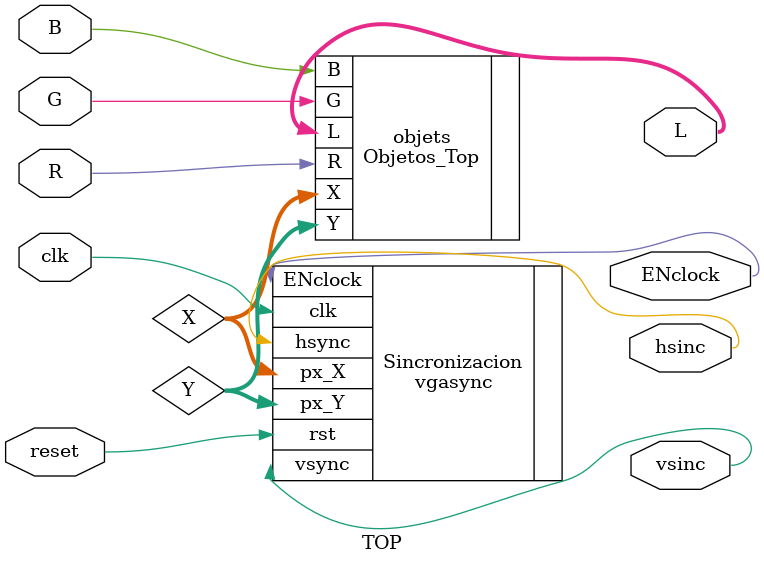
<source format=v>
module TOP(R,G,B,L,clk,reset,hsinc,vsinc,ENclock);

input wire R,G,B,reset,clk;
output wire [2:0]L;
output wire hsinc,vsinc,ENclock;

wire [9:0] X;
wire [9:0] Y;

vgasync Sincronizacion (.clk(clk),.rst(reset),.hsync(hsinc),.vsync(vsinc),.ENclock(ENclock),.px_X(X),.px_Y(Y));

Objetos_Top objets (.L(L),.X(X),.Y(Y),.R(R),.G(G),.B(B));

endmodule 
</source>
